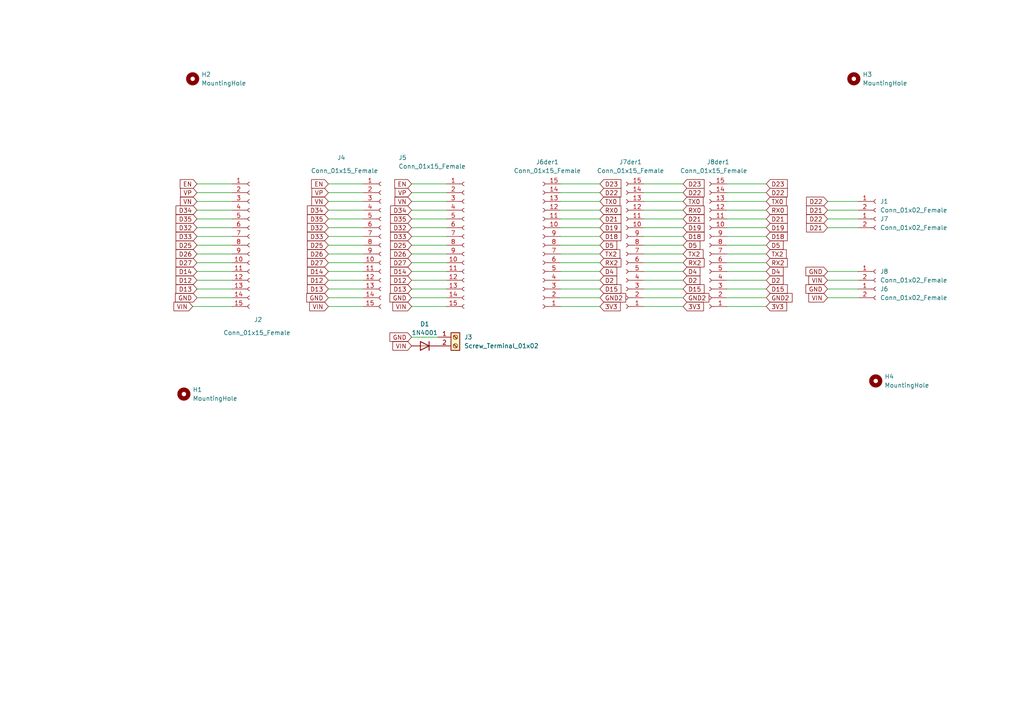
<source format=kicad_sch>
(kicad_sch (version 20211123) (generator eeschema)
  (paper "A4")
  (lib_symbols
    (symbol "Connector:Conn_01x02_Female" (pin_names (offset 1.016) hide)
      (property "Reference" "J" (at 0 2.54 0))
      (property "Value" "Conn_01x02_Female" (at 0 -5.08 0))
      (symbol "Conn_01x02_Female_1_1"
        (arc (start 0 -2.032) (mid -0.508 -2.54) (end 0 -3.048) (stroke (width 0.1524)))
        (polyline (pts (xy -1.27 -2.54) (xy -0.508 -2.54)) (stroke (width 0.1524)))
        (polyline (pts (xy -1.27 0) (xy -0.508 0)) (stroke (width 0.1524)))
        (arc (start 0 0.508) (mid -0.508 0) (end 0 -0.508) (stroke (width 0.1524)))
        (pin passive line (at -5.08 0 0) (length 3.81) (name "Pin_1") (number "1"))
        (pin passive line (at -5.08 -2.54 0) (length 3.81) (name "Pin_2") (number "2"))
      )
    )
    (symbol "Connector:Conn_01x15_Female" (pin_names (offset 1.016) hide)
      (property "Reference" "J" (at 0 20.32 0))
      (property "Value" "Conn_01x15_Female" (at 0 -20.32 0))
      (symbol "Conn_01x15_Female_1_1"
        (arc (start 0 -17.272) (mid -0.508 -17.78) (end 0 -18.288) (stroke (width 0.1524)))
        (arc (start 0 -14.732) (mid -0.508 -15.24) (end 0 -15.748) (stroke (width 0.1524)))
        (arc (start 0 -12.192) (mid -0.508 -12.7) (end 0 -13.208) (stroke (width 0.1524)))
        (arc (start 0 -9.652) (mid -0.508 -10.16) (end 0 -10.668) (stroke (width 0.1524)))
        (arc (start 0 -7.112) (mid -0.508 -7.62) (end 0 -8.128) (stroke (width 0.1524)))
        (arc (start 0 -4.572) (mid -0.508 -5.08) (end 0 -5.588) (stroke (width 0.1524)))
        (arc (start 0 -2.032) (mid -0.508 -2.54) (end 0 -3.048) (stroke (width 0.1524)))
        (polyline (pts (xy -1.27 -17.78) (xy -0.508 -17.78)) (stroke (width 0.1524)))
        (polyline (pts (xy -1.27 -15.24) (xy -0.508 -15.24)) (stroke (width 0.1524)))
        (polyline (pts (xy -1.27 -12.7) (xy -0.508 -12.7)) (stroke (width 0.1524)))
        (polyline (pts (xy -1.27 -10.16) (xy -0.508 -10.16)) (stroke (width 0.1524)))
        (polyline (pts (xy -1.27 -7.62) (xy -0.508 -7.62)) (stroke (width 0.1524)))
        (polyline (pts (xy -1.27 -5.08) (xy -0.508 -5.08)) (stroke (width 0.1524)))
        (polyline (pts (xy -1.27 -2.54) (xy -0.508 -2.54)) (stroke (width 0.1524)))
        (polyline (pts (xy -1.27 0) (xy -0.508 0)) (stroke (width 0.1524)))
        (polyline (pts (xy -1.27 2.54) (xy -0.508 2.54)) (stroke (width 0.1524)))
        (polyline (pts (xy -1.27 5.08) (xy -0.508 5.08)) (stroke (width 0.1524)))
        (polyline (pts (xy -1.27 7.62) (xy -0.508 7.62)) (stroke (width 0.1524)))
        (polyline (pts (xy -1.27 10.16) (xy -0.508 10.16)) (stroke (width 0.1524)))
        (polyline (pts (xy -1.27 12.7) (xy -0.508 12.7)) (stroke (width 0.1524)))
        (polyline (pts (xy -1.27 15.24) (xy -0.508 15.24)) (stroke (width 0.1524)))
        (polyline (pts (xy -1.27 17.78) (xy -0.508 17.78)) (stroke (width 0.1524)))
        (arc (start 0 0.508) (mid -0.508 0) (end 0 -0.508) (stroke (width 0.1524)))
        (arc (start 0 3.048) (mid -0.508 2.54) (end 0 2.032) (stroke (width 0.1524)))
        (arc (start 0 5.588) (mid -0.508 5.08) (end 0 4.572) (stroke (width 0.1524)))
        (arc (start 0 8.128) (mid -0.508 7.62) (end 0 7.112) (stroke (width 0.1524)))
        (arc (start 0 10.668) (mid -0.508 10.16) (end 0 9.652) (stroke (width 0.1524)))
        (arc (start 0 13.208) (mid -0.508 12.7) (end 0 12.192) (stroke (width 0.1524)))
        (arc (start 0 15.748) (mid -0.508 15.24) (end 0 14.732) (stroke (width 0.1524)))
        (arc (start 0 18.288) (mid -0.508 17.78) (end 0 17.272) (stroke (width 0.1524)))
        (pin passive line (at -5.08 17.78 0) (length 3.81) (name "Pin_1") (number "1"))
        (pin passive line (at -5.08 -5.08 0) (length 3.81) (name "Pin_10") (number "10"))
        (pin passive line (at -5.08 -7.62 0) (length 3.81) (name "Pin_11") (number "11"))
        (pin passive line (at -5.08 -10.16 0) (length 3.81) (name "Pin_12") (number "12"))
        (pin passive line (at -5.08 -12.7 0) (length 3.81) (name "Pin_13") (number "13"))
        (pin passive line (at -5.08 -15.24 0) (length 3.81) (name "Pin_14") (number "14"))
        (pin passive line (at -5.08 -17.78 0) (length 3.81) (name "Pin_15") (number "15"))
        (pin passive line (at -5.08 15.24 0) (length 3.81) (name "Pin_2") (number "2"))
        (pin passive line (at -5.08 12.7 0) (length 3.81) (name "Pin_3") (number "3"))
        (pin passive line (at -5.08 10.16 0) (length 3.81) (name "Pin_4") (number "4"))
        (pin passive line (at -5.08 7.62 0) (length 3.81) (name "Pin_5") (number "5"))
        (pin passive line (at -5.08 5.08 0) (length 3.81) (name "Pin_6") (number "6"))
        (pin passive line (at -5.08 2.54 0) (length 3.81) (name "Pin_7") (number "7"))
        (pin passive line (at -5.08 0 0) (length 3.81) (name "Pin_8") (number "8"))
        (pin passive line (at -5.08 -2.54 0) (length 3.81) (name "Pin_9") (number "9"))
      )
    )
    (symbol "Connector:Screw_Terminal_01x02" (pin_names (offset 1.016) hide)
      (property "Reference" "J" (at 0 2.54 0))
      (property "Value" "Screw_Terminal_01x02" (at 0 -5.08 0))
      (symbol "Screw_Terminal_01x02_1_1"
        (rectangle (start -1.27 1.27) (end 1.27 -3.81) (stroke (width 0.254)) (fill (type background)))
        (circle (center 0 -2.54) (radius 0.635) (stroke (width 0.1524)))
        (polyline (pts (xy -0.5334 -2.2098) (xy 0.3302 -3.048)) (stroke (width 0.1524)))
        (polyline (pts (xy -0.5334 0.3302) (xy 0.3302 -0.508)) (stroke (width 0.1524)))
        (polyline (pts (xy -0.3556 -2.032) (xy 0.508 -2.8702)) (stroke (width 0.1524)))
        (polyline (pts (xy -0.3556 0.508) (xy 0.508 -0.3302)) (stroke (width 0.1524)))
        (circle (center 0 0) (radius 0.635) (stroke (width 0.1524)))
        (pin passive line (at -5.08 0 0) (length 3.81) (name "Pin_1") (number "1"))
        (pin passive line (at -5.08 -2.54 0) (length 3.81) (name "Pin_2") (number "2"))
      )
    )
    (symbol "Diode:1N4001" (pin_numbers hide) (pin_names (offset 1.016) hide)
      (property "Reference" "D" (at 0 2.54 0))
      (property "Value" "1N4001" (at 0 -2.54 0))
      (symbol "1N4001_0_1"
        (polyline (pts (xy -1.27 1.27) (xy -1.27 -1.27)) (stroke (width 0.254)))
        (polyline (pts (xy 1.27 0) (xy -1.27 0)))
        (polyline (pts (xy 1.27 1.27) (xy 1.27 -1.27) (xy -1.27 0) (xy 1.27 1.27)) (stroke (width 0.254)))
      )
      (symbol "1N4001_1_1"
        (pin passive line (at -3.81 0 0) (length 2.54) (name "K") (number "1"))
        (pin passive line (at 3.81 0 180) (length 2.54) (name "A") (number "2"))
      )
    )
    (symbol "Mechanical:MountingHole" (pin_names (offset 1.016))
      (property "Reference" "H" (at 0 5.08 0))
      (property "Value" "MountingHole" (at 0 3.175 0))
      (symbol "MountingHole_0_1"
        (circle (center 0 0) (radius 1.27) (stroke (width 1.27)))
      )
    )
  )
  (wire (pts (xy 240.03 66.04) (xy 248.92 66.04)))
  (wire (pts (xy 57.15 86.36) (xy 67.31 86.36)))
  (wire (pts (xy 57.15 60.96) (xy 67.31 60.96)))
  (wire (pts (xy 119.38 60.96) (xy 129.54 60.96)))
  (wire (pts (xy 119.38 81.28) (xy 129.54 81.28)))
  (wire (pts (xy 57.15 55.88) (xy 67.31 55.88)))
  (wire (pts (xy 240.03 58.42) (xy 248.92 58.42)))
  (wire (pts (xy 210.82 63.5) (xy 222.25 63.5)))
  (wire (pts (xy 162.56 88.9) (xy 173.99 88.9)))
  (wire (pts (xy 57.15 73.66) (xy 67.31 73.66)))
  (wire (pts (xy 162.56 53.34) (xy 173.99 53.34)))
  (wire (pts (xy 95.25 88.9) (xy 105.41 88.9)))
  (wire (pts (xy 162.56 73.66) (xy 173.99 73.66)))
  (wire (pts (xy 186.69 55.88) (xy 198.12 55.88)))
  (wire (pts (xy 162.56 66.04) (xy 173.99 66.04)))
  (wire (pts (xy 95.25 60.96) (xy 105.41 60.96)))
  (wire (pts (xy 186.69 81.28) (xy 198.12 81.28)))
  (wire (pts (xy 186.69 53.34) (xy 198.12 53.34)))
  (wire (pts (xy 162.56 86.36) (xy 173.99 86.36)))
  (wire (pts (xy 57.15 71.12) (xy 67.31 71.12)))
  (wire (pts (xy 162.56 68.58) (xy 173.99 68.58)))
  (wire (pts (xy 95.25 58.42) (xy 105.41 58.42)))
  (wire (pts (xy 95.25 63.5) (xy 105.41 63.5)))
  (wire (pts (xy 119.38 78.74) (xy 129.54 78.74)))
  (wire (pts (xy 95.25 73.66) (xy 105.41 73.66)))
  (wire (pts (xy 240.03 86.36) (xy 248.92 86.36)))
  (wire (pts (xy 162.56 55.88) (xy 173.99 55.88)))
  (wire (pts (xy 210.82 78.74) (xy 222.25 78.74)))
  (wire (pts (xy 210.82 73.66) (xy 222.25 73.66)))
  (wire (pts (xy 57.15 58.42) (xy 67.31 58.42)))
  (wire (pts (xy 210.82 88.9) (xy 222.25 88.9)))
  (wire (pts (xy 186.69 76.2) (xy 198.12 76.2)))
  (wire (pts (xy 57.15 76.2) (xy 67.31 76.2)))
  (wire (pts (xy 186.69 68.58) (xy 198.12 68.58)))
  (wire (pts (xy 240.03 81.28) (xy 248.92 81.28)))
  (wire (pts (xy 57.15 81.28) (xy 67.31 81.28)))
  (wire (pts (xy 210.82 53.34) (xy 222.25 53.34)))
  (wire (pts (xy 186.69 88.9) (xy 198.12 88.9)))
  (wire (pts (xy 119.38 88.9) (xy 129.54 88.9)))
  (wire (pts (xy 119.38 66.04) (xy 129.54 66.04)))
  (wire (pts (xy 240.03 78.74) (xy 248.92 78.74)))
  (wire (pts (xy 95.25 83.82) (xy 105.41 83.82)))
  (wire (pts (xy 186.69 78.74) (xy 198.12 78.74)))
  (wire (pts (xy 162.56 76.2) (xy 173.99 76.2)))
  (wire (pts (xy 95.25 86.36) (xy 105.41 86.36)))
  (wire (pts (xy 119.38 97.79) (xy 127 97.79)))
  (wire (pts (xy 162.56 63.5) (xy 173.99 63.5)))
  (wire (pts (xy 57.15 83.82) (xy 67.31 83.82)))
  (wire (pts (xy 186.69 71.12) (xy 198.12 71.12)))
  (wire (pts (xy 186.69 58.42) (xy 198.12 58.42)))
  (wire (pts (xy 186.69 86.36) (xy 198.12 86.36)))
  (wire (pts (xy 119.38 76.2) (xy 129.54 76.2)))
  (wire (pts (xy 95.25 53.34) (xy 105.41 53.34)))
  (wire (pts (xy 210.82 60.96) (xy 222.25 60.96)))
  (wire (pts (xy 162.56 78.74) (xy 173.99 78.74)))
  (wire (pts (xy 119.38 53.34) (xy 129.54 53.34)))
  (wire (pts (xy 186.69 66.04) (xy 198.12 66.04)))
  (wire (pts (xy 240.03 63.5) (xy 248.92 63.5)))
  (wire (pts (xy 210.82 58.42) (xy 222.25 58.42)))
  (wire (pts (xy 57.15 53.34) (xy 67.31 53.34)))
  (wire (pts (xy 210.82 83.82) (xy 222.25 83.82)))
  (wire (pts (xy 186.69 73.66) (xy 198.12 73.66)))
  (wire (pts (xy 186.69 60.96) (xy 198.12 60.96)))
  (wire (pts (xy 119.38 58.42) (xy 129.54 58.42)))
  (wire (pts (xy 162.56 71.12) (xy 173.99 71.12)))
  (wire (pts (xy 119.38 86.36) (xy 129.54 86.36)))
  (wire (pts (xy 210.82 81.28) (xy 222.25 81.28)))
  (wire (pts (xy 119.38 55.88) (xy 129.54 55.88)))
  (wire (pts (xy 162.56 81.28) (xy 173.99 81.28)))
  (wire (pts (xy 162.56 60.96) (xy 173.99 60.96)))
  (wire (pts (xy 119.38 68.58) (xy 129.54 68.58)))
  (wire (pts (xy 95.25 71.12) (xy 105.41 71.12)))
  (wire (pts (xy 95.25 55.88) (xy 105.41 55.88)))
  (wire (pts (xy 186.69 83.82) (xy 198.12 83.82)))
  (wire (pts (xy 95.25 78.74) (xy 105.41 78.74)))
  (wire (pts (xy 95.25 76.2) (xy 105.41 76.2)))
  (wire (pts (xy 240.03 83.82) (xy 248.92 83.82)))
  (wire (pts (xy 186.69 63.5) (xy 198.12 63.5)))
  (wire (pts (xy 210.82 68.58) (xy 222.25 68.58)))
  (wire (pts (xy 119.38 71.12) (xy 129.54 71.12)))
  (wire (pts (xy 210.82 86.36) (xy 222.25 86.36)))
  (wire (pts (xy 119.38 73.66) (xy 129.54 73.66)))
  (wire (pts (xy 119.38 83.82) (xy 129.54 83.82)))
  (wire (pts (xy 162.56 58.42) (xy 173.99 58.42)))
  (wire (pts (xy 55.88 88.9) (xy 67.31 88.9)))
  (wire (pts (xy 95.25 81.28) (xy 105.41 81.28)))
  (wire (pts (xy 240.03 60.96) (xy 248.92 60.96)))
  (wire (pts (xy 57.15 63.5) (xy 67.31 63.5)))
  (wire (pts (xy 57.15 68.58) (xy 67.31 68.58)))
  (wire (pts (xy 57.15 78.74) (xy 67.31 78.74)))
  (wire (pts (xy 119.38 63.5) (xy 129.54 63.5)))
  (wire (pts (xy 210.82 76.2) (xy 222.25 76.2)))
  (wire (pts (xy 57.15 66.04) (xy 67.31 66.04)))
  (wire (pts (xy 162.56 83.82) (xy 173.99 83.82)))
  (wire (pts (xy 95.25 68.58) (xy 105.41 68.58)))
  (wire (pts (xy 210.82 55.88) (xy 222.25 55.88)))
  (wire (pts (xy 95.25 66.04) (xy 105.41 66.04)))
  (wire (pts (xy 210.82 71.12) (xy 222.25 71.12)))
  (wire (pts (xy 210.82 66.04) (xy 222.25 66.04)))
  (global_label "D25" (shape input) (at 119.38 71.12 180) (property "Intersheet References" "${INTERSHEET_REFS}" (effects hide)))
  (global_label "D18" (shape input) (at 173.99 68.58 0) (property "Intersheet References" "${INTERSHEET_REFS}" (effects hide)))
  (global_label "D15" (shape input) (at 222.25 83.82 0) (property "Intersheet References" "${INTERSHEET_REFS}" (effects hide)))
  (global_label "D23" (shape input) (at 198.12 53.34 0) (property "Intersheet References" "${INTERSHEET_REFS}" (effects hide)))
  (global_label "TX2" (shape input) (at 173.99 73.66 0) (property "Intersheet References" "${INTERSHEET_REFS}" (effects hide)))
  (global_label "D19" (shape input) (at 222.25 66.04 0) (property "Intersheet References" "${INTERSHEET_REFS}" (effects hide)))
  (global_label "D33" (shape input) (at 95.25 68.58 180) (property "Intersheet References" "${INTERSHEET_REFS}" (effects hide)))
  (global_label "D19" (shape input) (at 198.12 66.04 0) (property "Intersheet References" "${INTERSHEET_REFS}" (effects hide)))
  (global_label "D35" (shape input) (at 57.15 63.5 180) (property "Intersheet References" "${INTERSHEET_REFS}" (effects hide)))
  (global_label "VIN" (shape input) (at 55.88 88.9 180) (property "Intersheet References" "${INTERSHEET_REFS}" (effects hide)))
  (global_label "D21" (shape input) (at 240.03 60.96 180) (property "Intersheet References" "${INTERSHEET_REFS}" (effects hide)))
  (global_label "D32" (shape input) (at 119.38 66.04 180) (property "Intersheet References" "${INTERSHEET_REFS}" (effects hide)))
  (global_label "D22" (shape input) (at 173.99 55.88 0) (property "Intersheet References" "${INTERSHEET_REFS}" (effects hide)))
  (global_label "3V3" (shape input) (at 173.99 88.9 0) (property "Intersheet References" "${INTERSHEET_REFS}" (effects hide)))
  (global_label "D13" (shape input) (at 57.15 83.82 180) (property "Intersheet References" "${INTERSHEET_REFS}" (effects hide)))
  (global_label "3V3" (shape input) (at 222.25 88.9 0) (property "Intersheet References" "${INTERSHEET_REFS}" (effects hide)))
  (global_label "GND" (shape input) (at 119.38 97.79 180) (property "Intersheet References" "${INTERSHEET_REFS}" (effects hide)))
  (global_label "D23" (shape input) (at 173.99 53.34 0) (property "Intersheet References" "${INTERSHEET_REFS}" (effects hide)))
  (global_label "D35" (shape input) (at 119.38 63.5 180) (property "Intersheet References" "${INTERSHEET_REFS}" (effects hide)))
  (global_label "D33" (shape input) (at 119.38 68.58 180) (property "Intersheet References" "${INTERSHEET_REFS}" (effects hide)))
  (global_label "VP" (shape input) (at 119.38 55.88 180) (property "Intersheet References" "${INTERSHEET_REFS}" (effects hide)))
  (global_label "D12" (shape input) (at 95.25 81.28 180) (property "Intersheet References" "${INTERSHEET_REFS}" (effects hide)))
  (global_label "D4" (shape input) (at 222.25 78.74 0) (property "Intersheet References" "${INTERSHEET_REFS}" (effects hide)))
  (global_label "D34" (shape input) (at 119.38 60.96 180) (property "Intersheet References" "${INTERSHEET_REFS}" (effects hide)))
  (global_label "D21" (shape input) (at 198.12 63.5 0) (property "Intersheet References" "${INTERSHEET_REFS}" (effects hide)))
  (global_label "D14" (shape input) (at 95.25 78.74 180) (property "Intersheet References" "${INTERSHEET_REFS}" (effects hide)))
  (global_label "GND2" (shape input) (at 222.25 86.36 0) (property "Intersheet References" "${INTERSHEET_REFS}" (effects hide)))
  (global_label "D26" (shape input) (at 95.25 73.66 180) (property "Intersheet References" "${INTERSHEET_REFS}" (effects hide)))
  (global_label "D5" (shape input) (at 198.12 71.12 0) (property "Intersheet References" "${INTERSHEET_REFS}" (effects hide)))
  (global_label "TX2" (shape input) (at 222.25 73.66 0) (property "Intersheet References" "${INTERSHEET_REFS}" (effects hide)))
  (global_label "D27" (shape input) (at 57.15 76.2 180) (property "Intersheet References" "${INTERSHEET_REFS}" (effects hide)))
  (global_label "D22" (shape input) (at 222.25 55.88 0) (property "Intersheet References" "${INTERSHEET_REFS}" (effects hide)))
  (global_label "D5" (shape input) (at 173.99 71.12 0) (property "Intersheet References" "${INTERSHEET_REFS}" (effects hide)))
  (global_label "D14" (shape input) (at 57.15 78.74 180) (property "Intersheet References" "${INTERSHEET_REFS}" (effects hide)))
  (global_label "D26" (shape input) (at 57.15 73.66 180) (property "Intersheet References" "${INTERSHEET_REFS}" (effects hide)))
  (global_label "D14" (shape input) (at 119.38 78.74 180) (property "Intersheet References" "${INTERSHEET_REFS}" (effects hide)))
  (global_label "TX2" (shape input) (at 198.12 73.66 0) (property "Intersheet References" "${INTERSHEET_REFS}" (effects hide)))
  (global_label "EN" (shape input) (at 119.38 53.34 180) (property "Intersheet References" "${INTERSHEET_REFS}" (effects hide)))
  (global_label "TX0" (shape input) (at 198.12 58.42 0) (property "Intersheet References" "${INTERSHEET_REFS}" (effects hide)))
  (global_label "GND" (shape input) (at 95.25 86.36 180) (property "Intersheet References" "${INTERSHEET_REFS}" (effects hide)))
  (global_label "D12" (shape input) (at 119.38 81.28 180) (property "Intersheet References" "${INTERSHEET_REFS}" (effects hide)))
  (global_label "D21" (shape input) (at 222.25 63.5 0) (property "Intersheet References" "${INTERSHEET_REFS}" (effects hide)))
  (global_label "D35" (shape input) (at 95.25 63.5 180) (property "Intersheet References" "${INTERSHEET_REFS}" (effects hide)))
  (global_label "TX0" (shape input) (at 173.99 58.42 0) (property "Intersheet References" "${INTERSHEET_REFS}" (effects hide)))
  (global_label "D21" (shape input) (at 173.99 63.5 0) (property "Intersheet References" "${INTERSHEET_REFS}" (effects hide)))
  (global_label "D2" (shape input) (at 173.99 81.28 0) (property "Intersheet References" "${INTERSHEET_REFS}" (effects hide)))
  (global_label "VIN" (shape input) (at 95.25 88.9 180) (property "Intersheet References" "${INTERSHEET_REFS}" (effects hide)))
  (global_label "EN" (shape input) (at 95.25 53.34 180) (property "Intersheet References" "${INTERSHEET_REFS}" (effects hide)))
  (global_label "TX0" (shape input) (at 222.25 58.42 0) (property "Intersheet References" "${INTERSHEET_REFS}" (effects hide)))
  (global_label "D18" (shape input) (at 198.12 68.58 0) (property "Intersheet References" "${INTERSHEET_REFS}" (effects hide)))
  (global_label "D33" (shape input) (at 57.15 68.58 180) (property "Intersheet References" "${INTERSHEET_REFS}" (effects hide)))
  (global_label "D19" (shape input) (at 173.99 66.04 0) (property "Intersheet References" "${INTERSHEET_REFS}" (effects hide)))
  (global_label "GND" (shape input) (at 240.03 83.82 180) (property "Intersheet References" "${INTERSHEET_REFS}" (effects hide)))
  (global_label "D25" (shape input) (at 57.15 71.12 180) (property "Intersheet References" "${INTERSHEET_REFS}" (effects hide)))
  (global_label "D2" (shape input) (at 222.25 81.28 0) (property "Intersheet References" "${INTERSHEET_REFS}" (effects hide)))
  (global_label "D22" (shape input) (at 240.03 63.5 180) (property "Intersheet References" "${INTERSHEET_REFS}" (effects hide)))
  (global_label "GND" (shape input) (at 57.15 86.36 180) (property "Intersheet References" "${INTERSHEET_REFS}" (effects hide)))
  (global_label "RX2" (shape input) (at 222.25 76.2 0) (property "Intersheet References" "${INTERSHEET_REFS}" (effects hide)))
  (global_label "VP" (shape input) (at 57.15 55.88 180) (property "Intersheet References" "${INTERSHEET_REFS}" (effects hide)))
  (global_label "RX0" (shape input) (at 173.99 60.96 0) (property "Intersheet References" "${INTERSHEET_REFS}" (effects hide)))
  (global_label "VN" (shape input) (at 95.25 58.42 180) (property "Intersheet References" "${INTERSHEET_REFS}" (effects hide)))
  (global_label "EN" (shape input) (at 57.15 53.34 180) (property "Intersheet References" "${INTERSHEET_REFS}" (effects hide)))
  (global_label "D4" (shape input) (at 173.99 78.74 0) (property "Intersheet References" "${INTERSHEET_REFS}" (effects hide)))
  (global_label "D12" (shape input) (at 57.15 81.28 180) (property "Intersheet References" "${INTERSHEET_REFS}" (effects hide)))
  (global_label "GND" (shape input) (at 119.38 86.36 180) (property "Intersheet References" "${INTERSHEET_REFS}" (effects hide)))
  (global_label "RX2" (shape input) (at 173.99 76.2 0) (property "Intersheet References" "${INTERSHEET_REFS}" (effects hide)))
  (global_label "GND2" (shape input) (at 198.12 86.36 0) (property "Intersheet References" "${INTERSHEET_REFS}" (effects hide)))
  (global_label "D22" (shape input) (at 198.12 55.88 0) (property "Intersheet References" "${INTERSHEET_REFS}" (effects hide)))
  (global_label "D32" (shape input) (at 57.15 66.04 180) (property "Intersheet References" "${INTERSHEET_REFS}" (effects hide)))
  (global_label "D15" (shape input) (at 173.99 83.82 0) (property "Intersheet References" "${INTERSHEET_REFS}" (effects hide)))
  (global_label "D34" (shape input) (at 95.25 60.96 180) (property "Intersheet References" "${INTERSHEET_REFS}" (effects hide)))
  (global_label "D26" (shape input) (at 119.38 73.66 180) (property "Intersheet References" "${INTERSHEET_REFS}" (effects hide)))
  (global_label "D2" (shape input) (at 198.12 81.28 0) (property "Intersheet References" "${INTERSHEET_REFS}" (effects hide)))
  (global_label "3V3" (shape input) (at 198.12 88.9 0) (property "Intersheet References" "${INTERSHEET_REFS}" (effects hide)))
  (global_label "VN" (shape input) (at 57.15 58.42 180) (property "Intersheet References" "${INTERSHEET_REFS}" (effects hide)))
  (global_label "VP" (shape input) (at 95.25 55.88 180) (property "Intersheet References" "${INTERSHEET_REFS}" (effects hide)))
  (global_label "D22" (shape input) (at 240.03 58.42 180) (property "Intersheet References" "${INTERSHEET_REFS}" (effects hide)))
  (global_label "D13" (shape input) (at 95.25 83.82 180) (property "Intersheet References" "${INTERSHEET_REFS}" (effects hide)))
  (global_label "RX0" (shape input) (at 198.12 60.96 0) (property "Intersheet References" "${INTERSHEET_REFS}" (effects hide)))
  (global_label "D21" (shape input) (at 240.03 66.04 180) (property "Intersheet References" "${INTERSHEET_REFS}" (effects hide)))
  (global_label "VN" (shape input) (at 119.38 58.42 180) (property "Intersheet References" "${INTERSHEET_REFS}" (effects hide)))
  (global_label "D27" (shape input) (at 95.25 76.2 180) (property "Intersheet References" "${INTERSHEET_REFS}" (effects hide)))
  (global_label "D15" (shape input) (at 198.12 83.82 0) (property "Intersheet References" "${INTERSHEET_REFS}" (effects hide)))
  (global_label "RX0" (shape input) (at 222.25 60.96 0) (property "Intersheet References" "${INTERSHEET_REFS}" (effects hide)))
  (global_label "D27" (shape input) (at 119.38 76.2 180) (property "Intersheet References" "${INTERSHEET_REFS}" (effects hide)))
  (global_label "D4" (shape input) (at 198.12 78.74 0) (property "Intersheet References" "${INTERSHEET_REFS}" (effects hide)))
  (global_label "VIN" (shape input) (at 119.38 100.33 180) (property "Intersheet References" "${INTERSHEET_REFS}" (effects hide)))
  (global_label "D34" (shape input) (at 57.15 60.96 180) (property "Intersheet References" "${INTERSHEET_REFS}" (effects hide)))
  (global_label "D13" (shape input) (at 119.38 83.82 180) (property "Intersheet References" "${INTERSHEET_REFS}" (effects hide)))
  (global_label "D25" (shape input) (at 95.25 71.12 180) (property "Intersheet References" "${INTERSHEET_REFS}" (effects hide)))
  (global_label "GND2" (shape input) (at 173.99 86.36 0) (property "Intersheet References" "${INTERSHEET_REFS}" (effects hide)))
  (global_label "VIN" (shape input) (at 119.38 88.9 180) (property "Intersheet References" "${INTERSHEET_REFS}" (effects hide)))
  (global_label "VIN" (shape input) (at 240.03 81.28 180) (property "Intersheet References" "${INTERSHEET_REFS}" (effects hide)))
  (global_label "RX2" (shape input) (at 198.12 76.2 0) (property "Intersheet References" "${INTERSHEET_REFS}" (effects hide)))
  (global_label "D18" (shape input) (at 222.25 68.58 0) (property "Intersheet References" "${INTERSHEET_REFS}" (effects hide)))
  (global_label "GND" (shape input) (at 240.03 78.74 180) (property "Intersheet References" "${INTERSHEET_REFS}" (effects hide)))
  (global_label "VIN" (shape input) (at 240.03 86.36 180) (property "Intersheet References" "${INTERSHEET_REFS}" (effects hide)))
  (global_label "D23" (shape input) (at 222.25 53.34 0) (property "Intersheet References" "${INTERSHEET_REFS}" (effects hide)))
  (global_label "D5" (shape input) (at 222.25 71.12 0) (property "Intersheet References" "${INTERSHEET_REFS}" (effects hide)))
  (global_label "D32" (shape input) (at 95.25 66.04 180) (property "Intersheet References" "${INTERSHEET_REFS}" (effects hide)))
  (symbol (lib_id "Connector:Conn_01x02_Female") (at 254 78.74 0) (unit 1)
    (property "Reference" "J8" (at 255.27 78.7399 0) (effects (justify left)))
    (property "Value" "Conn_01x02_Female" (at 255.27 81.2799 0) (effects (justify left)))
    (property "Footprint" "esp32_ur:Connector_Molex_Molex_SL_171971-0004_1x02_P2.54mm_Vertical_squares" (effects hide))
  )
  (symbol (lib_id "Connector:Conn_01x15_Female") (at 110.49 71.12 0) (unit 1)
    (property "Reference" "J4" (at 97.79 45.72 0) (effects (justify left)))
    (property "Value" "Conn_01x15_Female" (at 90.17 49.53 0) (effects (justify left)))
    (property "Footprint" "esp32_ur:Connector_Molex_Molex_SL_171971-0015_1x15_P2.54mm_Vertical_squares" (effects hide))
  )
  (symbol (lib_id "Connector:Conn_01x15_Female") (at 157.48 71.12 180) (unit 1)
    (property "Reference" "J6der1" (at 158.75 46.99 0))
    (property "Value" "Conn_01x15_Female" (at 158.75 49.53 0))
    (property "Footprint" "esp32_ur:Connector_Molex_Molex_SL_171971-0015_1x15_P2.54mm_Vertical_squares" (effects hide))
  )
  (symbol (lib_id "Diode:1N4001") (at 123.19 100.33 180) (unit 1)
    (property "Reference" "D1" (at 123.19 93.98 0))
    (property "Value" "1N4001" (at 123.19 96.52 0))
    (property "Footprint" "Diode_THT:D_DO-41_SOD81_P10.16mm_Horizontal" (effects hide))
    (property "Datasheet" "http://www.vishay.com/docs/88503/1n4001.pdf" (effects hide))
  )
  (symbol (lib_id "Mechanical:MountingHole") (at 254 110.49 0) (unit 1)
    (property "Reference" "H4" (at 256.54 109.2199 0) (effects (justify left)))
    (property "Value" "MountingHole" (at 256.54 111.7599 0) (effects (justify left)))
    (property "Footprint" "MountingHole:MountingHole_2.1mm" (effects hide))
  )
  (symbol (lib_id "Connector:Conn_01x02_Female") (at 254 83.82 0) (unit 1)
    (property "Reference" "J6" (at 255.27 83.8199 0) (effects (justify left)))
    (property "Value" "Conn_01x02_Female" (at 255.27 86.3599 0) (effects (justify left)))
    (property "Footprint" "esp32_ur:Connector_Molex_Molex_SL_171971-0004_1x02_P2.54mm_Vertical_squares" (effects hide))
  )
  (symbol (lib_id "Connector:Conn_01x15_Female") (at 181.61 71.12 180) (unit 1)
    (property "Reference" "J7der1" (at 182.88 46.99 0))
    (property "Value" "Conn_01x15_Female" (at 182.88 49.53 0))
    (property "Footprint" "esp32_ur:Connector_Molex_Molex_SL_171971-0015_1x15_P2.54mm_Vertical_squares" (effects hide))
  )
  (symbol (lib_id "Mechanical:MountingHole") (at 53.34 114.3 0) (unit 1)
    (property "Reference" "H1" (at 55.88 113.0299 0) (effects (justify left)))
    (property "Value" "MountingHole" (at 55.88 115.5699 0) (effects (justify left)))
    (property "Footprint" "MountingHole:MountingHole_2.1mm" (effects hide))
  )
  (symbol (lib_id "Connector:Conn_01x15_Female") (at 134.62 71.12 0) (unit 1)
    (property "Reference" "J5" (at 115.57 45.72 0) (effects (justify left)))
    (property "Value" "Conn_01x15_Female" (at 115.57 48.26 0) (effects (justify left)))
    (property "Footprint" "esp32_ur:Connector_Molex_Molex_SL_171971-0015_1x15_P2.54mm_Vertical_squares" (effects hide))
  )
  (symbol (lib_id "Connector:Conn_01x15_Female") (at 72.39 71.12 0) (unit 1)
    (property "Reference" "J2" (at 73.66 92.71 0) (effects (justify left)))
    (property "Value" "Conn_01x15_Female" (at 64.77 96.52 0) (effects (justify left)))
    (property "Footprint" "esp32_ur:Connector_Molex_Molex_SL_171971-0015_1x15_P2.54mm_Vertical_squares" (effects hide))
  )
  (symbol (lib_id "Connector:Conn_01x02_Female") (at 254 63.5 0) (unit 1)
    (property "Reference" "J7" (at 255.27 63.4999 0) (effects (justify left)))
    (property "Value" "Conn_01x02_Female" (at 255.27 66.0399 0) (effects (justify left)))
    (property "Footprint" "esp32_ur:Connector_Molex_Molex_SL_171971-0004_1x02_P2.54mm_Vertical_squares" (effects hide))
  )
  (symbol (lib_id "Connector:Conn_01x02_Female") (at 254 58.42 0) (unit 1)
    (property "Reference" "J1" (at 255.27 58.4199 0) (effects (justify left)))
    (property "Value" "Conn_01x02_Female" (at 255.27 60.9599 0) (effects (justify left)))
    (property "Footprint" "esp32_ur:Connector_Molex_Molex_SL_171971-0004_1x02_P2.54mm_Vertical_squares" (effects hide))
  )
  (symbol (lib_id "Connector:Conn_01x15_Female") (at 205.74 71.12 180) (unit 1)
    (property "Reference" "J8der1" (at 208.28 46.99 0))
    (property "Value" "Conn_01x15_Female" (at 207.01 49.53 0))
    (property "Footprint" "esp32_ur:Connector_Molex_Molex_SL_171971-0015_1x15_P2.54mm_Vertical_squares" (effects hide))
  )
  (symbol (lib_id "Mechanical:MountingHole") (at 247.65 22.86 0) (unit 1)
    (property "Reference" "H3" (at 250.19 21.5899 0) (effects (justify left)))
    (property "Value" "MountingHole" (at 250.19 24.1299 0) (effects (justify left)))
    (property "Footprint" "MountingHole:MountingHole_2.1mm" (effects hide))
  )
  (symbol (lib_id "Connector:Screw_Terminal_01x02") (at 132.08 97.79 0) (unit 1)
    (property "Reference" "J3" (at 134.62 97.7899 0) (effects (justify left)))
    (property "Value" "Screw_Terminal_01x02" (at 134.62 100.3299 0) (effects (justify left)))
    (property "Footprint" "TerminalBlock_MetzConnect:TerminalBlock_MetzConnect_Type055_RT01502HDWU_1x02_P5.00mm_Horizontal" (effects hide))
  )
  (symbol (lib_id "Mechanical:MountingHole") (at 55.88 22.86 0) (unit 1)
    (property "Reference" "H2" (at 58.42 21.5899 0) (effects (justify left)))
    (property "Value" "MountingHole" (at 58.42 24.1299 0) (effects (justify left)))
    (property "Footprint" "MountingHole:MountingHole_2.1mm" (effects hide))
  )
)
</source>
